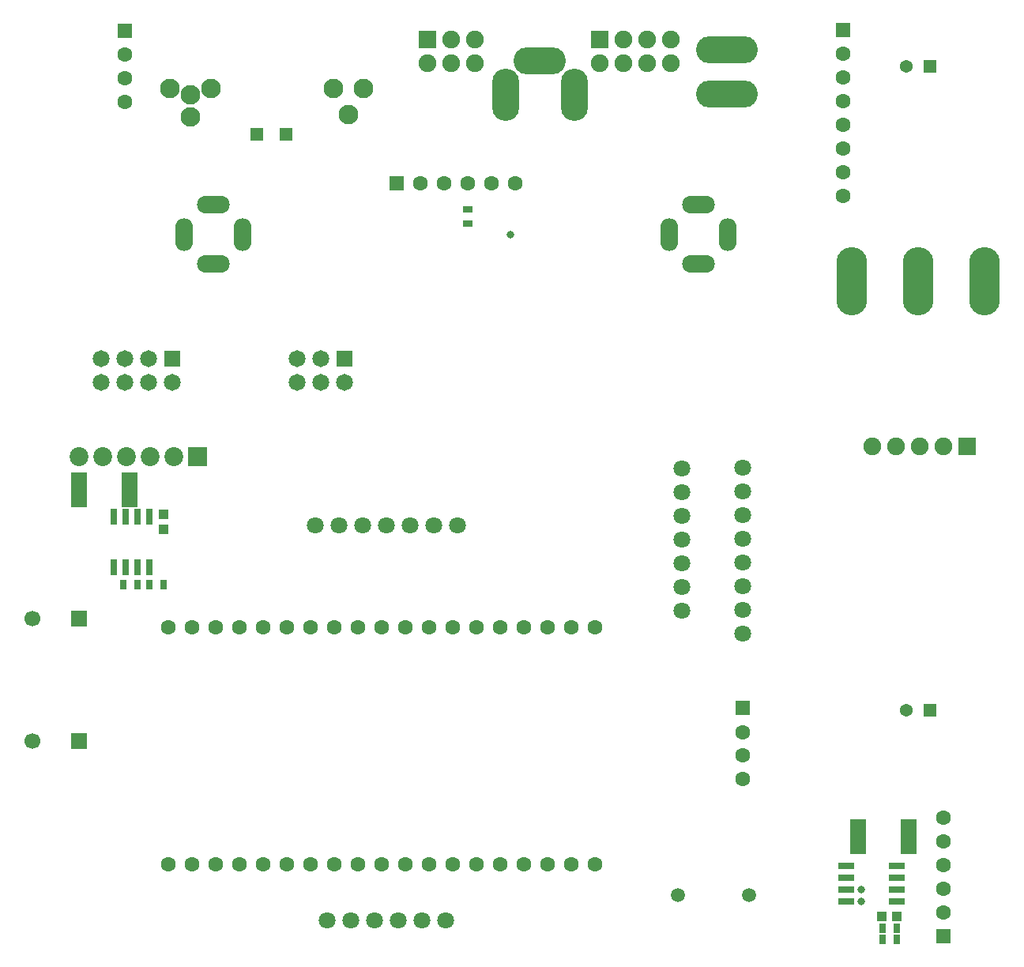
<source format=gbr>
G04 DipTrace 4.3.0.5*
G04 TopMask.gbr*
%MOIN*%
G04 #@! TF.FileFunction,Soldermask,Top*
G04 #@! TF.Part,Single*
%ADD26R,0.062992X0.062992*%
%ADD27C,0.062992*%
%ADD33C,0.070866*%
%ADD41C,0.066929*%
%ADD54C,0.031496*%
%ADD63R,0.027937X0.066937*%
%ADD65R,0.053937X0.053937*%
%ADD67C,0.053937*%
%ADD69O,0.129921X0.287402*%
%ADD71R,0.066937X0.027937*%
%ADD73O,0.259843X0.114173*%
%ADD75R,0.027559X0.03937*%
%ADD77R,0.066929X0.145669*%
%ADD79R,0.03937X0.027559*%
%ADD81C,0.05937*%
%ADD83C,0.07126*%
%ADD85R,0.07126X0.07126*%
%ADD87C,0.079528*%
%ADD89R,0.079528X0.079528*%
%ADD91R,0.055118X0.055118*%
%ADD92O,0.137795X0.074803*%
%ADD94O,0.074803X0.137795*%
%ADD96C,0.074803*%
%ADD97R,0.074803X0.074803*%
%ADD98R,0.066929X0.066929*%
%ADD99O,0.220472X0.114173*%
%ADD101O,0.114173X0.220472*%
%ADD103C,0.082677*%
%ADD105R,0.03937X0.03937*%
%FSLAX26Y26*%
G04*
G70*
G90*
G75*
G01*
G04 TopMask*
%LPD*%
D54*
X2688976Y3444882D3*
X4169293Y679133D3*
Y629920D3*
D27*
X2145669Y787402D3*
X2045669D3*
X2245669D3*
X2345669D3*
X1945669D3*
X2445669D3*
X1845669D3*
X2545669D3*
X1745669D3*
X2645669D3*
X1645669D3*
X2745669D3*
X1545669D3*
X1445669D3*
X2845669D3*
X2945669D3*
X1345669D3*
X1245669D3*
X3045669D3*
X2145669Y1787402D3*
X2045669D3*
X1945669D3*
X1845669D3*
X1745669D3*
X1645669D3*
X1545669D3*
X1445669D3*
X1345669D3*
X1245669D3*
X3045669D3*
X2945669D3*
X2845669D3*
X2745669D3*
X2645669D3*
X2545669D3*
X2445669D3*
X2345669D3*
X2245669D3*
D105*
X4255907Y566928D3*
X4318899D3*
D98*
X870079Y1307087D3*
D41*
X673228D3*
D98*
X870079Y1822835D3*
D41*
X673228D3*
D105*
X1228346Y2200787D3*
Y2263780D3*
D91*
X1742126Y3866142D3*
X1620079D3*
D103*
X1944882Y4059055D3*
X2007874Y3948819D3*
X2070866Y4059055D3*
X1251969Y4061024D3*
X1338583Y4033465D3*
X1425197Y4061024D3*
X1338583Y3938976D3*
D101*
X2671260Y4033465D3*
X2958661D3*
D99*
X2814961Y4177165D3*
D97*
X2339370Y4265354D3*
D96*
Y4165354D3*
X2439370Y4265354D3*
Y4165354D3*
X2539370Y4265354D3*
Y4165354D3*
D97*
X3066142Y4265354D3*
D96*
Y4165354D3*
X3166142Y4265354D3*
Y4165354D3*
X3266142Y4265354D3*
Y4165354D3*
X3366142Y4265354D3*
Y4165354D3*
D94*
X1312992Y3444882D3*
X1561024D3*
D92*
X1437008Y3568898D3*
Y3320866D3*
D94*
X3360236Y3444882D3*
X3608268D3*
D92*
X3484252Y3568898D3*
Y3320866D3*
D26*
X2210630Y3661417D3*
D27*
X2311614D3*
X2510630D3*
X2410630D3*
X2610630D3*
X2710630D3*
D26*
X1062992Y4303543D3*
D27*
Y4202559D3*
Y4003543D3*
Y4103543D3*
D26*
X4517718Y482282D3*
D27*
Y583266D3*
Y782282D3*
Y682282D3*
Y882282D3*
Y982282D3*
D89*
X1370079Y2507874D3*
D87*
X1270079D3*
X1170079D3*
X1070079D3*
X970079D3*
X870079D3*
D26*
X4094488Y4306693D3*
D27*
Y4205709D3*
Y4006693D3*
Y4106693D3*
Y3906693D3*
Y3806693D3*
Y3706693D3*
Y3606693D3*
D85*
X1991339Y2921260D3*
D83*
Y2821260D3*
X1891339Y2921260D3*
Y2821260D3*
X1791339Y2921260D3*
Y2821260D3*
D85*
X1264567Y2921260D3*
D83*
Y2821260D3*
X1164567Y2921260D3*
Y2821260D3*
X1064567Y2921260D3*
Y2821260D3*
X964567Y2921260D3*
Y2821260D3*
D33*
X2315354Y551181D3*
X2415354D3*
X2115354D3*
X2015354D3*
X1915354D3*
X2215354D3*
X3413386Y2257480D3*
Y2357480D3*
Y2457480D3*
Y2057480D3*
Y1957480D3*
Y1857480D3*
Y2157480D3*
X2265354Y2216535D3*
X2365354D3*
X2465354D3*
X2065354D3*
X1965354D3*
X1865354D3*
X2165354D3*
X3669291Y2060236D3*
Y1960236D3*
Y1860236D3*
Y2260236D3*
Y1760236D3*
Y2360236D3*
Y2460236D3*
Y2160236D3*
D26*
Y1445276D3*
D27*
Y1344291D3*
Y1145276D3*
Y1245276D3*
D81*
X3696850Y657480D3*
X3397638D3*
D79*
X2511811Y3490157D3*
Y3549213D3*
D77*
X4370080Y903542D3*
X4157482D3*
D75*
X4259844Y517715D3*
X4318899D3*
X4259844Y470471D3*
X4318899D3*
D77*
X1082677Y2366142D3*
X870079D3*
D75*
X1116142Y1968504D3*
X1057087D3*
X1167323D3*
X1226378D3*
D73*
X3602362Y4222441D3*
Y4035433D3*
D97*
X4618110Y2551181D3*
D96*
X4518110D3*
X4418110D3*
X4318110D3*
X4218110D3*
D71*
X4106301Y779723D3*
Y729723D3*
Y679723D3*
Y629723D3*
X4318899Y779723D3*
Y729723D3*
Y679723D3*
Y629723D3*
D69*
X4409449Y3248031D3*
X4128937D3*
X4689961D3*
D67*
X4359450Y4153542D3*
D65*
X4459450D3*
D67*
X4359450Y1437007D3*
D65*
X4459450D3*
D63*
X1015551Y2039370D3*
X1065551D3*
X1115551D3*
X1165551D3*
X1015551Y2251969D3*
X1065551D3*
X1115551D3*
X1165551D3*
M02*

</source>
